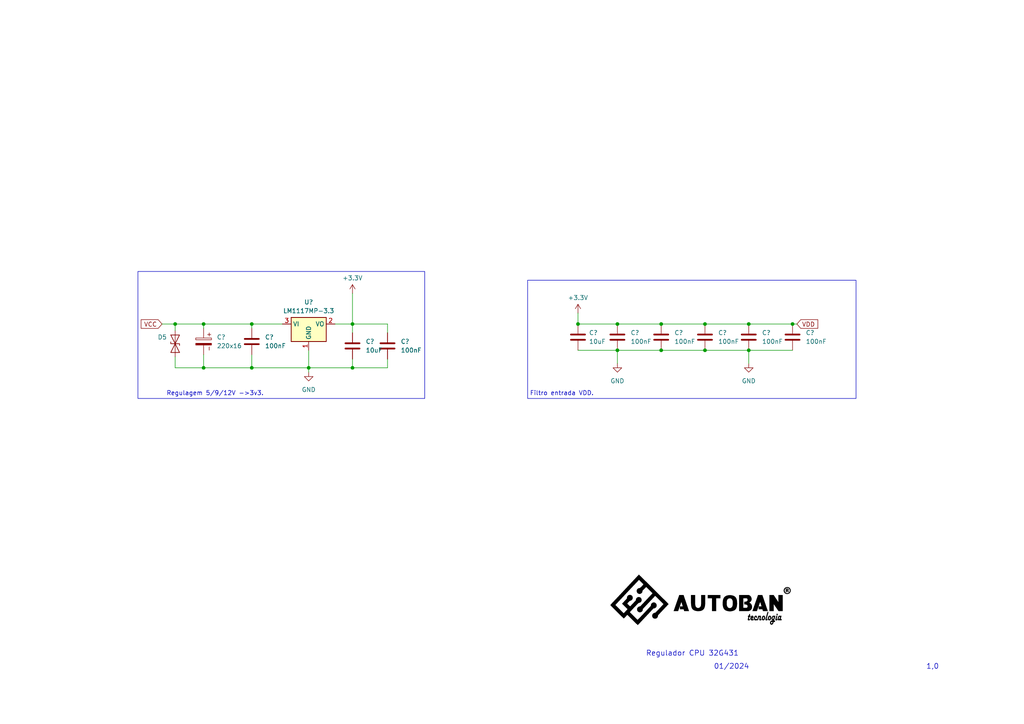
<source format=kicad_sch>
(kicad_sch (version 20230121) (generator eeschema)

  (uuid 1c25a59a-fd23-4c2c-a06c-79f45d9cfda7)

  (paper "A4")

  (lib_symbols
    (symbol "Diode:SMAJ6.5CA" (pin_numbers hide) (pin_names (offset 1.016) hide) (in_bom yes) (on_board yes)
      (property "Reference" "D" (at 0 2.54 0)
        (effects (font (size 1.27 1.27)))
      )
      (property "Value" "SMAJ6.5CA" (at 0 -2.54 0)
        (effects (font (size 1.27 1.27)))
      )
      (property "Footprint" "Diode_SMD:D_SMA" (at 0 -5.08 0)
        (effects (font (size 1.27 1.27)) hide)
      )
      (property "Datasheet" "https://www.littelfuse.com/media?resourcetype=datasheets&itemid=75e32973-b177-4ee3-a0ff-cedaf1abdb93&filename=smaj-datasheet" (at 0 0 0)
        (effects (font (size 1.27 1.27)) hide)
      )
      (property "ki_keywords" "bidirectional diode TVS voltage suppressor" (at 0 0 0)
        (effects (font (size 1.27 1.27)) hide)
      )
      (property "ki_description" "400W bidirectional Transient Voltage Suppressor, 6.5Vr, SMA(DO-214AC)" (at 0 0 0)
        (effects (font (size 1.27 1.27)) hide)
      )
      (property "ki_fp_filters" "D*SMA*" (at 0 0 0)
        (effects (font (size 1.27 1.27)) hide)
      )
      (symbol "SMAJ6.5CA_0_1"
        (polyline
          (pts
            (xy 1.27 0)
            (xy -1.27 0)
          )
          (stroke (width 0) (type default))
          (fill (type none))
        )
        (polyline
          (pts
            (xy -2.54 -1.27)
            (xy 0 0)
            (xy -2.54 1.27)
            (xy -2.54 -1.27)
          )
          (stroke (width 0.2032) (type default))
          (fill (type none))
        )
        (polyline
          (pts
            (xy 0.508 1.27)
            (xy 0 1.27)
            (xy 0 -1.27)
            (xy -0.508 -1.27)
          )
          (stroke (width 0.2032) (type default))
          (fill (type none))
        )
        (polyline
          (pts
            (xy 2.54 1.27)
            (xy 2.54 -1.27)
            (xy 0 0)
            (xy 2.54 1.27)
          )
          (stroke (width 0.2032) (type default))
          (fill (type none))
        )
      )
      (symbol "SMAJ6.5CA_1_1"
        (pin passive line (at -3.81 0 0) (length 2.54)
          (name "A1" (effects (font (size 1.27 1.27))))
          (number "1" (effects (font (size 1.27 1.27))))
        )
        (pin passive line (at 3.81 0 180) (length 2.54)
          (name "A2" (effects (font (size 1.27 1.27))))
          (number "2" (effects (font (size 1.27 1.27))))
        )
      )
    )
    (symbol "PCM_Capacitor_AKL:C_0805" (pin_numbers hide) (pin_names (offset 0.254)) (in_bom yes) (on_board yes)
      (property "Reference" "C" (at 0.635 2.54 0)
        (effects (font (size 1.27 1.27)) (justify left))
      )
      (property "Value" "C_0805" (at 0.635 -2.54 0)
        (effects (font (size 1.27 1.27)) (justify left))
      )
      (property "Footprint" "Capacitor_SMD_AKL:C_0805_2012Metric" (at 0.9652 -3.81 0)
        (effects (font (size 1.27 1.27)) hide)
      )
      (property "Datasheet" "~" (at 0 0 0)
        (effects (font (size 1.27 1.27)) hide)
      )
      (property "ki_keywords" "cap capacitor ceramic chip mlcc smd 0805" (at 0 0 0)
        (effects (font (size 1.27 1.27)) hide)
      )
      (property "ki_description" "SMD 0805 MLCC capacitor, Alternate KiCad Library" (at 0 0 0)
        (effects (font (size 1.27 1.27)) hide)
      )
      (property "ki_fp_filters" "C_*" (at 0 0 0)
        (effects (font (size 1.27 1.27)) hide)
      )
      (symbol "C_0805_0_1"
        (polyline
          (pts
            (xy -2.032 -0.762)
            (xy 2.032 -0.762)
          )
          (stroke (width 0.508) (type default))
          (fill (type none))
        )
        (polyline
          (pts
            (xy -2.032 0.762)
            (xy 2.032 0.762)
          )
          (stroke (width 0.508) (type default))
          (fill (type none))
        )
      )
      (symbol "C_0805_1_1"
        (pin passive line (at 0 3.81 270) (length 2.794)
          (name "~" (effects (font (size 1.27 1.27))))
          (number "1" (effects (font (size 1.27 1.27))))
        )
        (pin passive line (at 0 -3.81 90) (length 2.794)
          (name "~" (effects (font (size 1.27 1.27))))
          (number "2" (effects (font (size 1.27 1.27))))
        )
      )
    )
    (symbol "PCM_SL_Devices:Capacitor_PO" (in_bom yes) (on_board yes)
      (property "Reference" "C" (at 0 7.62 0)
        (effects (font (size 1.27 1.27)))
      )
      (property "Value" "Capacitor_PO" (at 0 5.08 0)
        (effects (font (size 1.27 1.27)))
      )
      (property "Footprint" "Capacitor_THT:CP_Radial_D5.0mm_P2.50mm" (at 0.762 -3.81 0)
        (effects (font (size 1.27 1.27)) hide)
      )
      (property "Datasheet" "" (at 0.508 0 0)
        (effects (font (size 1.27 1.27)) hide)
      )
      (property "ki_keywords" "Capacitor" (at 0 0 0)
        (effects (font (size 1.27 1.27)) hide)
      )
      (property "ki_description" "Polarized Capacitor" (at 0 0 0)
        (effects (font (size 1.27 1.27)) hide)
      )
      (property "ki_fp_filters" "Capacitor_THT:CP_Radial_D5.0mm_* Capacitor_THT:CP_Radial_D4.0mm_* Capacitor_THT:CP_Radial_D6.3mm_* Capacitor_THT:CP_Radial_D7.5mm_* Capacitor_THT:CP_Radial_D8.0mm_* Capacitor_THT:CP_Radial_D10.0mm_* Capacitor_THT:CP_Radial_D14.0mm_* Capacitor_THT:CP_Radial_D16.0mm_* Capacitor_THT:CP_Radial_D18.0mm_*" (at 0 0 0)
        (effects (font (size 1.27 1.27)) hide)
      )
      (symbol "Capacitor_PO_0_0"
        (text "+" (at -2.032 1.524 0)
          (effects (font (size 1.27 1.27)))
        )
        (text "-" (at 2.032 1.524 0)
          (effects (font (size 1.27 1.27)))
        )
      )
      (symbol "Capacitor_PO_0_1"
        (rectangle (start -1.016 -2.286) (end -0.508 2.286)
          (stroke (width 0) (type default))
          (fill (type none))
        )
        (rectangle (start 0.508 -2.286) (end 1.016 2.286)
          (stroke (width 0) (type default))
          (fill (type outline))
        )
      )
      (symbol "Capacitor_PO_1_1"
        (pin passive line (at -3.81 0 0) (length 2.7)
          (name "~" (effects (font (size 0 0))))
          (number "1" (effects (font (size 0 0))))
        )
        (pin input line (at 3.81 0 180) (length 2.7)
          (name "~" (effects (font (size 0 0))))
          (number "2" (effects (font (size 0 0))))
        )
      )
    )
    (symbol "Regulator_Linear:LM1117MP-3.3" (in_bom yes) (on_board yes)
      (property "Reference" "U" (at -3.81 3.175 0)
        (effects (font (size 1.27 1.27)))
      )
      (property "Value" "LM1117MP-3.3" (at 0 3.175 0)
        (effects (font (size 1.27 1.27)) (justify left))
      )
      (property "Footprint" "Package_TO_SOT_SMD:SOT-223-3_TabPin2" (at 0 0 0)
        (effects (font (size 1.27 1.27)) hide)
      )
      (property "Datasheet" "http://www.ti.com/lit/ds/symlink/lm1117.pdf" (at 0 0 0)
        (effects (font (size 1.27 1.27)) hide)
      )
      (property "ki_keywords" "linear regulator ldo fixed positive" (at 0 0 0)
        (effects (font (size 1.27 1.27)) hide)
      )
      (property "ki_description" "800mA Low-Dropout Linear Regulator, 3.3V fixed output, SOT-223" (at 0 0 0)
        (effects (font (size 1.27 1.27)) hide)
      )
      (property "ki_fp_filters" "SOT?223*" (at 0 0 0)
        (effects (font (size 1.27 1.27)) hide)
      )
      (symbol "LM1117MP-3.3_0_1"
        (rectangle (start -5.08 -5.08) (end 5.08 1.905)
          (stroke (width 0.254) (type default))
          (fill (type background))
        )
      )
      (symbol "LM1117MP-3.3_1_1"
        (pin power_in line (at 0 -7.62 90) (length 2.54)
          (name "GND" (effects (font (size 1.27 1.27))))
          (number "1" (effects (font (size 1.27 1.27))))
        )
        (pin power_out line (at 7.62 0 180) (length 2.54)
          (name "VO" (effects (font (size 1.27 1.27))))
          (number "2" (effects (font (size 1.27 1.27))))
        )
        (pin power_in line (at -7.62 0 0) (length 2.54)
          (name "VI" (effects (font (size 1.27 1.27))))
          (number "3" (effects (font (size 1.27 1.27))))
        )
      )
    )
    (symbol "power:+3.3V" (power) (pin_names (offset 0)) (in_bom yes) (on_board yes)
      (property "Reference" "#PWR" (at 0 -3.81 0)
        (effects (font (size 1.27 1.27)) hide)
      )
      (property "Value" "+3.3V" (at 0 3.556 0)
        (effects (font (size 1.27 1.27)))
      )
      (property "Footprint" "" (at 0 0 0)
        (effects (font (size 1.27 1.27)) hide)
      )
      (property "Datasheet" "" (at 0 0 0)
        (effects (font (size 1.27 1.27)) hide)
      )
      (property "ki_keywords" "global power" (at 0 0 0)
        (effects (font (size 1.27 1.27)) hide)
      )
      (property "ki_description" "Power symbol creates a global label with name \"+3.3V\"" (at 0 0 0)
        (effects (font (size 1.27 1.27)) hide)
      )
      (symbol "+3.3V_0_1"
        (polyline
          (pts
            (xy -0.762 1.27)
            (xy 0 2.54)
          )
          (stroke (width 0) (type default))
          (fill (type none))
        )
        (polyline
          (pts
            (xy 0 0)
            (xy 0 2.54)
          )
          (stroke (width 0) (type default))
          (fill (type none))
        )
        (polyline
          (pts
            (xy 0 2.54)
            (xy 0.762 1.27)
          )
          (stroke (width 0) (type default))
          (fill (type none))
        )
      )
      (symbol "+3.3V_1_1"
        (pin power_in line (at 0 0 90) (length 0) hide
          (name "+3.3V" (effects (font (size 1.27 1.27))))
          (number "1" (effects (font (size 1.27 1.27))))
        )
      )
    )
    (symbol "power:GND" (power) (pin_names (offset 0)) (in_bom yes) (on_board yes)
      (property "Reference" "#PWR" (at 0 -6.35 0)
        (effects (font (size 1.27 1.27)) hide)
      )
      (property "Value" "GND" (at 0 -3.81 0)
        (effects (font (size 1.27 1.27)))
      )
      (property "Footprint" "" (at 0 0 0)
        (effects (font (size 1.27 1.27)) hide)
      )
      (property "Datasheet" "" (at 0 0 0)
        (effects (font (size 1.27 1.27)) hide)
      )
      (property "ki_keywords" "global power" (at 0 0 0)
        (effects (font (size 1.27 1.27)) hide)
      )
      (property "ki_description" "Power symbol creates a global label with name \"GND\" , ground" (at 0 0 0)
        (effects (font (size 1.27 1.27)) hide)
      )
      (symbol "GND_0_1"
        (polyline
          (pts
            (xy 0 0)
            (xy 0 -1.27)
            (xy 1.27 -1.27)
            (xy 0 -2.54)
            (xy -1.27 -1.27)
            (xy 0 -1.27)
          )
          (stroke (width 0) (type default))
          (fill (type none))
        )
      )
      (symbol "GND_1_1"
        (pin power_in line (at 0 0 270) (length 0) hide
          (name "GND" (effects (font (size 1.27 1.27))))
          (number "1" (effects (font (size 1.27 1.27))))
        )
      )
    )
  )

  (junction (at 204.47 93.98) (diameter 0) (color 0 0 0 0)
    (uuid 1793bc91-88b1-4ef3-ac77-e9af8a0e4cac)
  )
  (junction (at 179.07 93.98) (diameter 0) (color 0 0 0 0)
    (uuid 1c6b334c-448d-44fa-9a07-c0a077c51635)
  )
  (junction (at 204.47 101.6) (diameter 0) (color 0 0 0 0)
    (uuid 4ddfc3bf-3592-4392-826f-a61ef556de98)
  )
  (junction (at 229.87 93.98) (diameter 0) (color 0 0 0 0)
    (uuid 4e388ead-7a2d-44b4-b0e7-7f1923059563)
  )
  (junction (at 191.77 101.6) (diameter 0) (color 0 0 0 0)
    (uuid 5470cbe6-d0fd-4d36-b59c-8e0ecbe38c5d)
  )
  (junction (at 179.07 101.6) (diameter 0) (color 0 0 0 0)
    (uuid 57f8ed3a-59a8-4161-8508-ccefbf7b69b6)
  )
  (junction (at 167.64 93.98) (diameter 0) (color 0 0 0 0)
    (uuid 58d3461d-c5ab-41cb-bc0f-5ca05dff7eb0)
  )
  (junction (at 59.055 106.68) (diameter 0) (color 0 0 0 0)
    (uuid 5c871f8c-7cf6-4db5-a519-c79b68dc0646)
  )
  (junction (at 217.17 93.98) (diameter 0) (color 0 0 0 0)
    (uuid 6558be0d-ffe0-457c-ac8a-34c2adb7f206)
  )
  (junction (at 73.025 106.68) (diameter 0) (color 0 0 0 0)
    (uuid 74eacd2e-b755-4bf5-ad52-03a1d8093f95)
  )
  (junction (at 50.8 93.98) (diameter 0) (color 0 0 0 0)
    (uuid 7565ba1d-0e84-4de0-8bb1-e7c017a670b7)
  )
  (junction (at 217.17 101.6) (diameter 0) (color 0 0 0 0)
    (uuid 971cc7ee-4923-4dd6-b048-f92a8617393c)
  )
  (junction (at 89.535 106.68) (diameter 0) (color 0 0 0 0)
    (uuid a96abc6e-8150-4b4e-a6ff-bf3468d0ca04)
  )
  (junction (at 102.235 106.68) (diameter 0) (color 0 0 0 0)
    (uuid af8e8938-2a07-4722-ad63-a8277ba86744)
  )
  (junction (at 59.055 93.98) (diameter 0) (color 0 0 0 0)
    (uuid c1606110-3db3-4f54-ba63-effe2cb22612)
  )
  (junction (at 191.77 93.98) (diameter 0) (color 0 0 0 0)
    (uuid c41b2ed5-5049-405e-92c8-882f42da989c)
  )
  (junction (at 102.235 93.98) (diameter 0) (color 0 0 0 0)
    (uuid d0b5cafc-5aaa-45c3-be97-5943fa2d7c94)
  )
  (junction (at 73.025 93.98) (diameter 0) (color 0 0 0 0)
    (uuid f7c1adc5-21e4-4805-8e3e-453311f82b42)
  )

  (wire (pts (xy 231.14 93.98) (xy 229.87 93.98))
    (stroke (width 0) (type default))
    (uuid 01fb1834-b6f1-4167-a729-470a5279f4dd)
  )
  (wire (pts (xy 73.025 102.87) (xy 73.025 106.68))
    (stroke (width 0) (type default))
    (uuid 06072289-afda-4f2f-b770-fd448d789c29)
  )
  (wire (pts (xy 59.055 93.98) (xy 73.025 93.98))
    (stroke (width 0) (type default))
    (uuid 0935dd13-872d-4cb9-a434-b28c7a6a34f5)
  )
  (wire (pts (xy 73.025 95.25) (xy 73.025 93.98))
    (stroke (width 0) (type default))
    (uuid 0a25a932-e1b5-4b34-81ae-a467713fef1c)
  )
  (wire (pts (xy 179.07 101.6) (xy 179.07 105.41))
    (stroke (width 0) (type default))
    (uuid 0c980938-3973-40e7-9f25-e2ba2040aff6)
  )
  (wire (pts (xy 102.235 93.98) (xy 97.155 93.98))
    (stroke (width 0) (type default))
    (uuid 1768215b-68c3-4998-9ccd-0d9a1edf975b)
  )
  (wire (pts (xy 59.055 106.68) (xy 73.025 106.68))
    (stroke (width 0) (type default))
    (uuid 2ac74267-c1ab-47be-a13f-ffd7508d8145)
  )
  (wire (pts (xy 102.235 85.09) (xy 102.235 93.98))
    (stroke (width 0) (type default))
    (uuid 2e9eb5c8-b8f7-4a1c-a162-399289f3a42c)
  )
  (wire (pts (xy 73.025 106.68) (xy 89.535 106.68))
    (stroke (width 0) (type default))
    (uuid 32996600-f02b-45e6-9462-3f894ce2ed51)
  )
  (wire (pts (xy 89.535 106.68) (xy 102.235 106.68))
    (stroke (width 0) (type default))
    (uuid 380a4957-a0a3-4b70-bb87-bf2480c759c5)
  )
  (wire (pts (xy 89.535 106.68) (xy 89.535 107.95))
    (stroke (width 0) (type default))
    (uuid 38be289f-e02c-4927-9d85-8ddbb144fdd9)
  )
  (wire (pts (xy 167.64 93.98) (xy 179.07 93.98))
    (stroke (width 0) (type default))
    (uuid 40b227b1-2d8d-46c7-84d0-f1f2140008fe)
  )
  (wire (pts (xy 102.235 93.98) (xy 102.235 96.52))
    (stroke (width 0) (type default))
    (uuid 4188fbcb-d9a5-483f-930b-2c87ba76c48a)
  )
  (wire (pts (xy 73.025 93.98) (xy 81.915 93.98))
    (stroke (width 0) (type default))
    (uuid 51cd5d2d-35ef-4735-b1b7-7a1986b82c13)
  )
  (wire (pts (xy 217.17 93.98) (xy 229.87 93.98))
    (stroke (width 0) (type default))
    (uuid 571a1655-2030-4571-88de-f64d8e298e62)
  )
  (wire (pts (xy 179.07 93.98) (xy 191.77 93.98))
    (stroke (width 0) (type default))
    (uuid 5be4d1af-c6a1-4f44-858a-1a3cdb20a08d)
  )
  (wire (pts (xy 167.64 101.6) (xy 179.07 101.6))
    (stroke (width 0) (type default))
    (uuid 5f7356a8-a915-4ee8-8807-ac602100afe7)
  )
  (wire (pts (xy 217.17 101.6) (xy 229.87 101.6))
    (stroke (width 0) (type default))
    (uuid 6f8f067d-e83d-4f3d-a02c-51f8686c2e54)
  )
  (wire (pts (xy 102.235 106.68) (xy 112.395 106.68))
    (stroke (width 0) (type default))
    (uuid 78168834-1cfb-44d3-87ee-2614288e7450)
  )
  (wire (pts (xy 50.8 103.505) (xy 50.8 106.68))
    (stroke (width 0) (type default))
    (uuid 9e5b3c17-aaf0-4471-8bbe-a47e95256bb6)
  )
  (wire (pts (xy 46.99 93.98) (xy 50.8 93.98))
    (stroke (width 0) (type default))
    (uuid a83ddea0-5481-4e47-b9a9-e2247091b5fc)
  )
  (wire (pts (xy 191.77 93.98) (xy 204.47 93.98))
    (stroke (width 0) (type default))
    (uuid b20ed20e-125c-43c4-9647-efb97aedf327)
  )
  (wire (pts (xy 59.055 95.25) (xy 59.055 93.98))
    (stroke (width 0) (type default))
    (uuid b8d00837-f518-461b-8a37-b26fdebab792)
  )
  (wire (pts (xy 102.235 104.14) (xy 102.235 106.68))
    (stroke (width 0) (type default))
    (uuid bb5d90f7-ffab-46fb-bfb4-373b4540b701)
  )
  (wire (pts (xy 102.235 93.98) (xy 112.395 93.98))
    (stroke (width 0) (type default))
    (uuid be0e7e3e-8505-4cb2-806a-11179680a1aa)
  )
  (wire (pts (xy 179.07 101.6) (xy 191.77 101.6))
    (stroke (width 0) (type default))
    (uuid bf6d6568-3b30-4559-bee4-2958033d121f)
  )
  (wire (pts (xy 204.47 93.98) (xy 217.17 93.98))
    (stroke (width 0) (type default))
    (uuid c14660ff-07a6-4980-90e8-85baaa597bf2)
  )
  (wire (pts (xy 50.8 93.98) (xy 59.055 93.98))
    (stroke (width 0) (type default))
    (uuid c329aa69-125c-47a5-aaaa-50d52d67060a)
  )
  (wire (pts (xy 112.395 93.98) (xy 112.395 96.52))
    (stroke (width 0) (type default))
    (uuid c434b9c0-3970-428f-a51d-91f578a84e81)
  )
  (wire (pts (xy 89.535 101.6) (xy 89.535 106.68))
    (stroke (width 0) (type default))
    (uuid c7381b46-2f79-49e5-b903-b6bbf958bfd2)
  )
  (wire (pts (xy 191.77 101.6) (xy 204.47 101.6))
    (stroke (width 0) (type default))
    (uuid c782f84b-5c5b-486b-bbb2-742784c561d3)
  )
  (wire (pts (xy 50.8 93.98) (xy 50.8 95.885))
    (stroke (width 0) (type default))
    (uuid c830f45e-ab9e-4854-9a5d-b451ae664bf4)
  )
  (wire (pts (xy 167.64 90.805) (xy 167.64 93.98))
    (stroke (width 0) (type default))
    (uuid c9d8ac8a-b8d4-4307-978f-9dac2f17b766)
  )
  (wire (pts (xy 112.395 104.14) (xy 112.395 106.68))
    (stroke (width 0) (type default))
    (uuid cb8e4fc6-6881-48eb-ab9e-53441119ce8b)
  )
  (wire (pts (xy 59.055 102.87) (xy 59.055 106.68))
    (stroke (width 0) (type default))
    (uuid cd52f55c-ea5d-44bc-b3d7-0366f808f6b4)
  )
  (wire (pts (xy 50.8 106.68) (xy 59.055 106.68))
    (stroke (width 0) (type default))
    (uuid cdc13bdb-149c-409c-8621-358a6417b438)
  )
  (wire (pts (xy 217.17 101.6) (xy 217.17 105.41))
    (stroke (width 0) (type default))
    (uuid dab728b4-100e-42d8-98f7-ef4b537f3d53)
  )
  (wire (pts (xy 204.47 101.6) (xy 217.17 101.6))
    (stroke (width 0) (type default))
    (uuid f16e6d76-a57b-4147-9816-7feb90b2bd51)
  )

  (rectangle (start 40.005 78.74) (end 123.19 115.57)
    (stroke (width 0) (type default))
    (fill (type none))
    (uuid 39d7cb71-7be2-4084-815c-c1e084bf4669)
  )
  (rectangle (start 153.035 81.28) (end 248.285 115.57)
    (stroke (width 0) (type default))
    (fill (type none))
    (uuid 56d85b93-8439-46f3-aff0-ef29677c5951)
  )

  (image (at 203.2 173.99) (scale 0.453205)
    (uuid 02111043-29f1-4dfc-b016-739af67a3b6f)
    (data
      iVBORw0KGgoAAAANSUhEUgAABWAAAAGGCAMAAADCe9hjAAAAA3NCSVQICAjb4U/gAAAABlBMVEX/
      //8AAABVwtN+AAAACXBIWXMAAA50AAAOdAFrJLPWAAAgAElEQVR4nO2d25bkRq5DXf//07PaM2NX
      6hIBkmBISu39Vp0KAGQq4Ha755y//gIAAAAAAAAAAAAASPDz83N1BACA7+SHhgUAaOHnh4YFAOjg
      54eGBQDo4OeHhgUA6ODnh4YFAOjg54eGBQDo4OeHhgUA6GDbrzQsAICHfb/SsAAADo76lYYFAKhz
      3K80LABAlbN+pWEBAGqc9ysNCwBQYlSwNCwAQJ5hv9KwAABpJv1KwwIAJJn2Kw0LAJBC6FcaFgAg
      gdSvNCwAQBixX2lYAIAgcr/SsAAAIQL9SsMCAAQI9SsNCwAgE+xXGhYAQCTcrzQsAIBEol9pWAAA
      gVS/0rAAAHOSBUvDAgBMyPYrDQsAMCbfrzQsAMCISr/SsAAA59T6lYYFADij2q80LADAMfV+pWEB
      AI5w9CsNCwCwx9OvNCwAwBZXv9KwAACf+PqVhgUA+I2zX2lYAIB/UYuThgUAiKHXJg0LABAhUpo0
      LACATqwyaVgAAJVoYdKwAAAi4bqkYQEAJBJlScMCAAikqpKGBQCYkixKGhYAYEK6JmlYAIAhhZZU
      G5aKBYBXUqpIChYA4JRiQ6oNS8UCwOso1yMNCwBwiKEcaVgAgAMs1UjDAgDsMBUjDQsAsMFWizQs
      AMAHxlKkYQEAfmGtRBoWAOAfzIVIwwIA/A97HdKwAAD/xV+GNCwAwB86qpCGBQDo6VcaFgCgq19p
      WACAvhKkYQHg3XRWIA0LAG+mtwBpWAB4L931R8MCwFvpbz8aFgDeyYruo2EB4I2saT4aFgDex6re
      o2EB4G3crl9pWAD4Em7YrzQsAHwFt+xXGhYAvoCb9isNCwDPZ1XbhQuWhgWAh3PffqVhAeDZ3Llf
      aVgAeDL37lcaFgCey937lYYFgKeyrOPyBUvDAsAjeUK/0rAA8ESe0a80LAA8j6f0Kw0LAE/jOf1K
      wwLAs3hSv9KwAPAkntWvNCwAPIen9SsNCwBPYVmp2fqVhgWAZ/DEfqVhAeAJPLNfaVgAeACL6kzv
      TRoWAEY8qAZu16/8/5oFgFOe1QSLqizWmbGnAeAlPK0KFhVZtDGjzwPAC3haFyyqsXhfxk8AwHfz
      uDJYVGKZtsycAYCv5XllsKjCcl2ZOwUAX8nzymBJgak9uTfKngOAr+Ps0t+3DJrrS+3Hc6P8SQD4
      KkYX/p5l0FpeajeOjSpnAeBr0JtidbIzWqtLbcaZUe00AHwFkaZYm+yMzuJSa1Ewqp4HgOcjXPR7
      lUFnbcmtqhjVFQDg2Xxc87Obf6cu6CwttRJFI4cGADyXj1t+fvXv0wWdlaUWomzkUQGAh/Jxx8/v
      /m2qoLOx1DoM+Lh0AOCBfN7wwd2/SRV09pVahiEfnxIAPI3P+z26+vdogsa2Uqsw6OPUAoBH8Xm9
      R1f/Fk3Q2VVqE0Z9vGoA8Bg2t/vjp5PPriyCzqZSezDu49YDgGewudufPw4/vILWnlJrMOHjVwSA
      B7C52p8/Dj+8gNaWUksw5dOhCQA3Z3uzP388+fCqGujtKLUDcz49qgBwZ7b3+vPn8aeraW4otQKT
      Pl26AHBbttf64+fdnb+0BJr7SS3AtE+fMgDck+2tHl/5Kzugu53U/sv7dGoDwA3ZXurxhb+wAtq7
      Sa2/gk+vOgDcje2dHt/26xqgv5nU9qsYNcsDwL3YXunxXb+sABb0klp+JaN2AwC4EdsbPb7rV93/
      Fa2kdl/Nqd8BAG7D9kKPL/tF139JJ6nVV7RaYAEAN2F7n3/9fHDXr7n9axpJbb6q1woPALgF2/v8
      +8fdXb/m8i8qJLX4ylZrXADgBmyu88eP26t+zdVfVEdq79W9FtkAwOVsbvPHj9urfsnNX1VGau0Z
      zFb5AMDFbG7zx0/bm37FxV9XRWrtLfzdsmEqALiQzWXWf1ocr7+I1NZb+dvluhMAXMmoRD8v+gW3
      fmUNqaVn8VtoBQDXMSrRj88uuPRrS2hp6S01A4CrOGzRzWfbxxYnW1NBaztvrRsAXIN4ldff+OUF
      tNaQhgV4A9JVfkG/fvfvmAHgEpSr/IZ+1TwX29GwAA9nepcvuOzXVM9iRxoW4AVM7vJr+nVuu9qP
      hgV4PqPLfMVFv6x2VjvSsAAv4Ow6X3PNLyyd1Y40LMALuNMlv7Zy1jpqsy5cPgA0cJ8rfnXjrDQU
      Z125fgBo4Db3+/q+WeYX6FcaFuDZ3ONy36JtFtmFCpaGBXg2N7jad+maFW6xfqVhAZ7O1df6Zk2z
      /E8ibjI3AHRx4Y1+U8/E+/VbJgeAK3hTy2T69VtmB4D1vKljcv36LdMDwGre1DDZfv2W+QFgLW/q
      l3y/fssGAGAlb2qXSr9+yw4AYB2ubnlCDdX69dajAcANsTTLQ4qo2q/3HKwttVU2riV+JWmSW+nh
      ZmP1uDhU18zvQ/rO1P+3jDee8w/arI/6+v7QFtoqG9cSv5E0ya2ch3PrXTOZFucy1QXDO5G+r3Hm
      Zwz6l+sdvnqKPW2ZrbJxLfELSZPcSs//caabzKan6ZE1aGSCtSEschb5KaPaXuGr59jSl9mqGteS
      vo0CDRvJS99guFiaq2SbJ/ciDDyL/G2zFtdxAX2RrapxLenLKOBeR0n++vGCaa6SbZ3bjDDvLPHX
      DVtdyHr6EltV41rSd1HAuouqgXu4oH0iTJNuWSORqwtpj5V+vdG02qwiVw/zm8bEVtG4ljZZHuMm
      6h7GueLmqTAX6fZNbUcat9avtxlXnFV77DZT/aExsFU0rqVNlse2B4eLaaaUdy5Ll3BVIzNxC/U1
      Ova1Bn1W7cl7TPU3jXmtonEtbbI8pi14fAzzZK2zWbqEixq5mf0YhjWsaw2BWbVH7zHWHzrzWjXj
      WupoWTxLMDk5bHLO6SzXCPeM7GfFqHcZOJbzMWP9jZiWgs3FX2ZlMko4p6O0Kdc0EhM34FihY10r
      CMYUx7p+rr/pTGvVjGupo2UxbMBn5nMKGheitCmXNOIDN+BYoLqtqycOh3zIXH8jfwkdv5VxipVm
      y1FfgNHNaRXxrUS5RLlhYD+W/Tm2tYBMxkcM9jfyl0DBhuMvtTObyb6VJFHl1xSsZX3ysq6dOBfx
      CZNFguayWiXjWvpsOYrTe/3sbqJvKUlQ2fK22kP58SxPX1b4f9GSHy2b0nZuMYEvoeHfFZ1ixeEy
      1IY3GzbYKba1JEFli7Q9lB3T7hzLGinWhoyFtJ5cSeBLoGBD8Vc7tvjNbWtBQsIx7bxGNJQb1+oc
      yxrLVSettaRxtj7EkMmkVsW4VmS4DKXZ3ZY9fjPXapCQsud1dWdy41qcY1dTtSWznrnYhutDjJhN
      ahWMa8Wmi1MZ3e7ZZTg0LQcJKXu03ZnM2PZmWJUi1j9r+Z2vRCwiJswGtQrGtWLTxSlM7vdscxy6
      VnMEhMPiWY1gJi++tRlWJWl1z2q4ZvmIRcR86ZxWwbhWcLww+cEbTBstGws2+E45tM2RvBi3Vt+U
      KHXlrJ752hDjpXNa9eJa0fGi5AdvcO20fGjBJv/bSCySFefSyouSlVqH9UyZjFhFTJeOadWLa0XH
      i5Keu8O11VP/pvqUE+o5jVAiK9aVlRelCzUO6xozFbGKmC2f0qoX1wrPF8S2V4ftFZ6OGLJyRj2l
      EUpkxbqx6p4COpfOahixCzFaPqVVLq4Vny+Gb68G2ys8HTFkZZe6N5ET78KKawrJXDprfcYuxGT5
      kFY5//7M06qye4/QieS/+dbitswek07JZzQigZyY11VcU1OqDtX6kD2IuQoZrXL+9ZmnVWWP9eVT
      7oLVvN2zh5WT8gmNSCAj5m0VtxSUecSswZBlxFiFjFY1//a8w8qyp+LawZNgpWFyloUJwspp/bhG
      JJAP87JqO4rrXDnrXRtW3V0+olXNvzzvsKrqSFo621CwrtYR82eks/pdo5oxr6q4o7jOhbNGcoZE
      i8i7ywdcucNYMn88WXUoLBw+EagNU4iciJ+RTus3jerFvKnahjJC9ll7/oZ0TLSGvLt8wpViIa2G
      eKroTFc431Cwnl1I2XPSBYOoRiCPC/OiagvKCbnDyXrBqFHdPIHlZfOtFAtpNcRTRctVdyLR7Gqa
      Pa+dN4hq6HFcmNdU209SyRxOHjacNa6cI7C7dLyVYiGthniq6FR1KnAs0mzrmb2gXTAIauhxTJi3
      VFtPVsobTh42ETaj3RinEs86qn9t1niipiA6lThUqfoadqEEz2qXHGIaehwP5iWVlpPXsoaTh02l
      zal3pamks07q35o1nqipiE41vqxg+8rjSN+XxoN5RcY/IPAXrFOrEDer35GlFM46qH9p1nhGzZnG
      oU7VeFHutHjJIaQhp7Fg3pC1X90Fa5Sq5c072KOUwlnn9O/MGk+TtP2D3j5MPbaQuqBes4hoyGkc
      XLwho9r6WQuBKx7WILVs1jH9K7PGc0rOVI6Eqs713ELqinzJIqKhhnFg3o+5Xy8pWHnWUuKaiy9H
      LZt1Sv/GrPGskjMZCjbvYAtjwLyeK/t1HtI8azFz1ccUoxbNOqR/YdZ41pCzZAdS1WHKwYXMFfmq
      h66hhqlj3o67X72/gTXPWg5ddzKEKCazzujflzWeN+Qs2uKC9UQuGtQ8dA0xSx3vbqLbMQt6tORZ
      DakdXtUMxWTWEf3rssbzKs6EKNi0hStLGe9q3P9CbxY0z2rJ7XErRSgGs07o35Y1njfjLJq9YMu5
      54mrDlUTVUPMUsa6Gf/fWbX+htg8qym5yy8doJrLOqB/WdZ45oyzbF9WsC13/tjCFKWMcy+y3EV/
      oGuOZsvuc8z5V3NZ5/PvyhrPnHGWzVuwhtjTwAYPy2+TTVGqONciy1n/HUoXdmfzpXd6Juyrsazj
      +VdljWfOOMt2t4Kd5q3Ec7nkNtuCcyuyXF+/DpXd2Zz5va5B83Iq63T+TVnjCYrObM6CdaxhmreQ
      z+aS22wHxp3oci/q12sbNrq9dCrrcP5FWeMJiq3h8sM4tjBzn7PERtKQktTQ0xrlGvu18I/vcDb3
      DH5nCrYjnqBoDbdVyw4T9Umq3MTGNnAJOatT7mX9emHDhteXzmQdzb8mazxB0RrOUrBTk0V/OKoa
      OUwsQUrIUW+tp2mXBQrU0/f61jNZJ/NvyRpPULSGKxfs1CCQWdOqOzlcLEEqqEHvradplwVK1PO3
      2tYjWQfzL8kazx1xFi5ZsFPZVOSgatrKYuMIUkCNeW89TbssUKQ+QaOpIZF1Lv+OrPHcEWfhVhSs
      L6zJzeHiyFFATHlzPU27LFCmPkOfpyGRdSz/iqzx3BFn4RYUrC+ry85jVM+Rx53BPZJzXe5ZM9Sn
      aHC0/bcP61T+DVnjuSPOwvUXrDGr9E55jOroc8dxR3BP5NyWe9Yc9Tn8hspDFi9n8IZVuAWt4boL
      1prV9Q9tOX2FyORB3AncA1l3ZQmXmSI3U1Y/4Wf76zvWmfz7scZzR5yFay5Ya1Ttr0d9f8G6A9jn
      cW7KES4/SWKonHrCTX6qbOZM3rALt6A1XG/BeqNSsJH0Zj1/QEnYoFEbJj5WSjxhpj3mMHMmb9iF
      W9Aa7lG/gxWdDU4GIqN71xSzt0/jXFFdpz5PeLCMdsIr8FjRzJm8YRduQWu49v/I5UtKwQayX6Zn
      raGykmOg8GgZ6bhT6LmamzN6wzLcgtZw9/lbBKqUwTGQPo86dwy3uX0Yp2BZyjNSeLj6dy97WLJY
      x/GvxhrPHXEWrr9g1cCqjsEwlD6L/h1FMHvbZ3EKlqVcQ/WMV/QJPlhxc0ZvWIZb0BpuKyc+PZeN
      JpZlDH6x9ElCX5OK2do+ilOwLOUbq2fAkkv4yYKdM3t8GRSsgCOo752Kpk8R+ppEzM72SZyCZSnn
      YD0jVkzCTxbsnNnjy6BgFeo5fxKP5s3qhL4mDbexexKnXlnKOlnTkHmPSJyynzN7dBXCiG5Ba7hV
      BWvovMSjebM6oa9Jwu5rHsWpVpdyTtY2Ztoh9WzW0Bk+ugthRLegNdyygp3EjgisMKsT+poUGmyt
      s6zX6lVYMmjWIPVs1tAZProLYUS3oDXcuoKtXofkw0m3OqGvSaDF1jiMM59ByxlnpbamHwtTNXSG
      D65CmdAtaA234q9pCblDx4tezyzYJlfbNM58Bi3bXN2z5uTTT6ccnemDu1AmdAtawy0s2OJ/kQg9
      PF5SKn2U0Nc0pc3UNI4zn0NLHavjwueVZf300ylHZ/joMjoknXqzcCsL9jx58GzFSluK4FBKEKXR
      0zKPM9/CPGqktlmTBtE8RUdj+OAqpAHdgtZwyYKV5bXkwbMVK20pgkMpQZBWS8NAznwWLXUm/+1M
      60YMSs8nLH3po8swp/NnnIUrFqzmMY0ePFmxEpeiWOQDBGl2LE/kzOfRUkdSU/XMmnYoPZ+w9KWP
      LsOczp9xFs5RsJLP6Hj4YNpJX4pgkQ8QpNuwOJJzISYtdSI1VsusaYfyiainL35wGe50/oyzcK6C
      FV+99NHigfhSBIt8gBj9fqWZnPtwaakDqbk6Zs1blE9EPX3xg8twp7NnnGUzFmzhX9ztKatJVY+k
      f4wVhhUPZzqTljqOHiykG5HMeJRPRD198YPLcKezZ5xlcxZs+ptOHEs6qadVj6R/kBWOeQ9nNpeW
      Oo2ezD9r3iKTqmhqyx9dh5LuSsHw5kreU7dHFWyxYYebirHCMuvhjGaTUoeRk5nz1TwsZ2IKtvyx
      ZbjD+UPOsnkLNvmPwumh1CtV+eNi3SRjH2eFZ87DGcwnpc4iRzPnK5nkgtVcbfGD22jS9AnOsi0v
      2NzrYToU3YpgkrFPsMI04+GMtVwqIGjOVzLJJavZ2vIH19GkuWxce8Fmfgs7D3lVwZYadrapGCtc
      46M5QznnkyeRFRf1a/K9LgezjdWxHls4v+JM6CEFm5pskFU+qbiE3XOssI3O5oxknU4exC4pqhVs
      suFqtqb8wW1o4S5UnO7tBgU7z3hdwVYadrapKCt8Y8M5A1lnk8fQNa1iJZtsupqvKX90H02irnHv
      WLCuvxCQPKadDdlE3bOsMI5M54xjnUwewp2v/p1nParZXJO1LKhBdNG4B0pV57BjIqN67jRs4KBi
      EzPPs8JZH88YxjuYPIKuac1XM8oHrBl74kf3IaleJzmdl4KdHlR8QuYFVlin501GcWplBjBKavmK
      Rk0vpGc4j0pUtUHS9s9d+zBhS+GAMEcsbOig27zCCu/svIkgTq1sfJ+klq/qdFXBWhbVs5UGye8p
      WCWj8Ewsbeic2bvGCvPswNEYTq10eJ+klq9q1fWHVpb5HBoJ2QZJ24thHyZqqWQUnomljZ3zehdZ
      4Z4cOBbCqVWIbpPU8pWt2v6rgGFCg0RKt0PT9WbYh4laKs8rg4TS2jMGvKussM8NHIng1GqWdear
      W11YsLMZywJZ4Q5N0389sA8T9ZSeFx6KxQ0ec1rXWeGfm1gP4NQqxXZpavnqXqkhpZTlKavn88od
      mnNZQYGCFY8ZrQ2sCJCaWLZ3apVCuzS1fAav1JRSzKpA1b8g3SI601Xm9Rds2FN6XFENxQ0f81k7
      WJEgM7Fq7tRq1rXmq5ulphRz1hTq/vlkLaITYWneI4HaMFFT7XFFNZQ3fMrm7GFFhMzImrVTq1nX
      ms9glhpTTFpSKLtXkrWIjpWl0/6CDZtqj0uykbzxUy5nEysyJEaWjJ1azbrWfA631Jxi1IKGwb2S
      rEd1JC0O7C7YuKn2tKYbyJs4ZXJ2sSREfGbB1qnVrGvN57DLDapmzYpYzCvBelTPtdWBU4ergT8U
      xKdV5Zmd7lvZ6sjYx4oU4ZEFU6dWs641n8UuN6maNiVj8i5tpkf1VL02sX46Scysnik1pGMx4W88
      xooY4Znnlk6tXllrPo9falQ9bkm56F3J1SR7aFCeOCSQIWZWz5Qa0rGZ3LeusyJHdOapoVMrL+uT
      FPN5DFOzBvKWlGvWpVxNsj0Tr3RVn7YZysaO1SS/dp0VQYIzT+2sYklVo6QWz2WYGTaUuCZdcS7F
      6tJtmbjbNFawjkyZIR2ryX7tOiuSBIeeuTm1OvfgVzQ4xqZNJK5JF4xrq+nSbZm42TTzJwR3KdiO
      3yjVWBElNvSN+7Vh6Ihk3TKWLRW5pl0wLqVqE+6YuNcz9ScE1UyJIR1fSPprD7AiS2ho6wV25usY
      OaRZt4yFS4Uuamdti7tpE+6YuNXzJ1iwnkyJIR3LSX/tEZaE8Q3dsMCG+a35fJ6xdLnURfGka3E3
      fcoNEzdabmz1p42moqBjO+lvPcSKNL6Z/ftrmN6az2cajJeMXVRPutYy9Sk3TNxoubHVnzaaioKO
      byT7pQdZEcfmEVjfdf+xv0PT4BmLlw5elc94FiM1SvsnbnPc2epPO101Qcd6Ul94ggV5bA7u9XVM
      3qFpMA3mSyevyicsq8vp1LZP3GS4tw08bvWVBB37yXzdKdoD+fT17UlpOwZvkLS42sI7NGJ0L6dV
      3D1xi9+Rby1mLG/4kGNBSnoPzYmM6vLynHINw4YkPa6+9BaRAO3b6VU3j9xhd2hbShnMGz7kWJAU
      30NvJKO2vDzj74evmtVra4zvUZEprkbI0yzvHdnvdmxbjBkMHD3j2JAW30NnJqeymlMSbBi5QdLk
      axzAJCNSWYuYplvfOrHZ7NS3mjMWOHrGsSIxvwcxUyKUVVeNqSg2DNwg6fJ1TuDSMXmVw7QbOCe2
      eg2My0FDgaNnHDsS85vQMsVTeVXVlIJkw7gNki5j6wg2IVvsWpZ+B+PIRquRsSFpKHHwiGNHan4T
      WqiL/86SGnKu2TBsg6TN2DqDUcqTuphkhYdtZJfRxNeQNJQ4eMRv2Y8UKpjLLalmfFW/OgvW+mpq
      G6lnruZYYuIa2eIzN7ZkDSQOHnF4ygO4kBYRCmYXdP0dDHuuS/+1xGnrnUJbSveqFjlVhtVzlF0k
      Z1daPXLshMNSH8CFtIhAMrNcJKLjPzNGct27Xy8r2HwfhLdQyLDMyJGi5CE72+LKkWMnHJ6BCVxI
      m5CjWcWcCS/LFZJ0ersncefr3dNCu/is0Qxph5CzMfA1BeudwIa0CjGbUcqr2pCrZ1abuX0Uf8TO
      La01DM0aD5CQj1t7M8eTGNytE/jQduEZMDdlWbUhV9esLnP7LE05L/ozlOWGFfeQdtbbnDqcxWHv
      HcGGtAshnUkmKVwO5o/U9oW6jVtnWb+esWmfc9caJd2itzt5OI/F3jqCD2kZ03gWkbT02mCNs34v
      /13Jty+F9wF2iH1h+Nfw5DtWkW0I1jorfAO8CfALsTEGL0pz5+RlG4I1zwoAX4bYGeel0d05aVl/
      ME2RfgWA/yO2xllt9HdOUtYfTFOkXwHgX8TeyP4l5XrppFT9uVaMCvACXnZPxObI/a/sLKUTF/Xn
      WjQqwLfzupsidkfq/0yEaZVBTX+udaMCfDUvvCpie2x3kjxWD+mZJ2nePynAF/PGu5KqSvXQ8l36
      Q91zToAH8srLkqhK9cjyZfoj3XFKgEfy0tsSrkr1wPJt+gPdb0aAp/LW6xKsSvXx5dv05rnliADP
      5bX3JVQkgeJZu09nmDvOB/BoXnxhAlUSqp6VC/VFueV4AA/nzfdF7pJo+SxbqS3IHYcDeD6vvjDh
      WrlZCdly3G80gK/g3TcmXCy3qiFXitsNBvAlvP3KxLvlPkXkynCzsQC+h9dfmXi73KWKXAluNRTA
      V2G8Mw+9efF+uUkZmfzvNBLAd2G8NI+9e/GGuUUdmdzvMxCAlTu8rL5L8+DbF++YGxSSy/sm4wCY
      ucXrars1j75/4ZK5vpJczrcYBsDPLd5X27V59gUM18zVpeTyvcEoAB3c4oX13ZuH38Bw0VxbSzbX
      qwcBaOIWb6zv3jz9Ckab5tJisnleOwZAG/d4ZX0pHn8Ho11zYTX5HC8cAqCTe7yzvhTPv4TBsomy
      OmjHzL4ZAHq5xTtrDPEFlzDYNv+Mu7idjG7xWQGewS1eWmeIO8xTJNg3/4y7tJ+cXolZAZ7APd5a
      a4jrxykTK5x/x13YUFanzKwAD+AWb6357lw9joFQ48T/HyKuCtgybj08wCpu8dbeIsS9yFbOopIy
      uySHBbg593htbxHiZmQrZ0lNuU0Cw/KSwEMYvbmDV/n4o39/cXb04LPjuzO6Tz+ffpuPJo8fS96O
      ZOMs6Cm7hTpqNTjAMs5f3cHbfPbJP782uAenqoe/PLpRvz/aPDNTetAd1frm5J8miXPtwcqKxdwA
      6zh/dQev8+kn//+184sgqGpPf/4DYPvI/sTP6PFbc/AV7cmeyy+hQV6ULMUGWMnpuzt4n08/mV+E
      0Yf7X4xIfTwxlToSvC2H2YVRlHPpLXSIi5qF1ABLOX13B+/z+UfTmzD6cP9rManfD8yldnp35jj9
      fJL5ufwaOqTFvOnMAIs5e3cHb/TgXZ9dheGnc6Op1e5PN8ZPP+eWnuSfDjI7l99Dj7CYNxcZYDkn
      7+7gjR6869OrMPxUkZtYbQtWfPwBnAwwnWN8Lr+IS2VT0gAXcPLuDl7pwcs+uwvap9LTY6tosCdw
      MsNsjsGxwipaRPW0KW2ACzh8dQev9Ohln9wF7VPp6ROnby7Y8/JJHivsokEyFPZpXx28mKM3d/BO
      D9722WXQPpWe/vh5/On2gQPrhzBZb/BYVCas6JzRIw5wBbu39vM9/vj046PNuZ/DD2e/jTz5Xefw
      6c3ZidRfJ4cfd0tH64seywiF9IwjusQBrmD31n6+x4c/7Kv3tMd2qpvfSB4dnjw9NI5+/CB+9iSP
      HZEPkRdbrA6wnt1b+/kLv3/6Ofxoc+zg3ODjxNPbe3Z2Vvv4SSSbZnfsGKOWcUSrOsBqdq/t4K3e
      PPrx01bn5MeTnos8PVZSfwP7yGt68J0kjp1hU/JNaFYHWM3utR281ptnD374OWnM6wv2dN5HkWya
      k+90i0mnMJ9iUZIHWMvutR281ZtHP37a6GxlT23CT589+4qCzf4tiOMv9fhbrqoUplNMivIAS9m9
      t+ev9fbR3z9s3//DZ49swk9Pnj0Jcj5BvyIAAAPTSURBVD7vw0gWzfG3evg1FzUKsyk2ZXmAheze
      28F7ffTs7tjhjwe19vErkae3H07Onjz93IuazH/yvR59z20K9ah1cYCV7N7cwYs9ess3n20f3R8d
      KQ+fnkiHgzyOZP6Tyjr8pjvOO6I6xAEWsnt1By/26DXffLZ9dH/096+Enp48Gw7yPJLxT2vr6Ls2
      n/ZkNYkDrGL/7g5e7MF7Pnt0f/T3r4SeHj87kXr1XT1urbNv23fWFNanDbCI/cs7eLEHb/rmo/nR
      j1/Yfjp8evzsROrdl3X/3R5iPWmK61UGWMP+/RVu2fyj3ZPDX9jdIuXpzScUrMKwHQdtlj0H8G72
      V2NwWYQLeCZy9sDp305Qnx49ef70a6tgVpHH68mdAng7B1djcF3Or9Lmg/1jm6OfP+4eDzy9OXsu
      NR7gNZy24yflMwDw18ENGdye+SenssNLmXx698OR85nUrzPvYrSQ493ETwDAHw7uyOgCnX6yuWSR
      o9GnR3+P7GCgE6XPU69iuJGD3USfB4D/cXRLBjfo7JPtLZOPJp4eFuzBrx9LfR57F8ONzFfKJgE0
      Dq/J4AqdfTK7k6dHDx8fP03BlhmuZLOcyLMA8JvDezK4Q+I1k48ePz5++vCzwUBK4Lcx3Mn8i2CP
      AArHF2VwibR7Jh89fnz89OFng4GUwK9juJQ4V48DcE8Ob8rgFmn3TD06CDG6xUFnJfHrGC0lzNXD
      ANyU46syuEbaRdOO5p4+DHH20Sxyz1afwGgrQa4eBeCunFyVwT06/GB70Y5lT+9l7Olh+R598Pkr
      Z6Jv4+CLzHH1IAD3Reup3x8efbK7acLR9NP/frT/320dn/r8lTPRt3HwHae4eg6AOzMpsYPPDj7Z
      HT+7gCe3Mvb0P4bDQ0f/wJiovguxQCdcPQUA9MAdr0G/AsAnXHUf9CsA/Au33Qv9CgD/g+tuh34F
      gL/hvjdAvwLAX0oVXJ3wkdCvAKAUwdURnwn9CgBc+S7oV4C3w53vg34FeDnc+UboV4BXw6VvhX4F
      eDPc+V7oV4D3cnC5uexW6FeA13Jwt7ntXuhXgLdy3q9cdxcULMBL4TewC6BfAd4JBbsC+hXglZz2
      K/fdCf0K8EYo2DXQrwAvZHu/ufBN0K8A72NzwbnxbdCvAK/jrGAvDfWd0K8Ab+PjknPlW6FfAV4G
      d34h7BrgZXDnF8KuAd4FBbsSVg3wKujXpbBqgFdBvy6FVQO8CQp2Lawa4E3Qr2th1QBvgn5dC6sG
      eBP061pYNcCboF/XwqoB3gVXfiUsGwAAAAAAAAAAAAAAAAAAIMN/AA0Bx0oX6i2oAAAAAElFTkSu
      QmCC
    )
  )

  (text "Regulagem 5/9/12V ->3v3." (at 48.26 114.935 0)
    (effects (font (size 1.27 1.27)) (justify left bottom))
    (uuid 002c987a-7e96-4926-8521-cb2ef1633549)
  )
  (text "01/2024" (at 207.01 194.31 0)
    (effects (font (size 1.5 1.5)) (justify left bottom))
    (uuid 60bf6b52-0278-49e8-9139-e8403ffd7ff2)
  )
  (text "Regulador CPU 32G431" (at 187.325 190.5 0)
    (effects (font (size 1.5 1.5)) (justify left bottom))
    (uuid 6b9e3dca-342a-4bc2-8dcc-d196cd5e4dd1)
  )
  (text "1,0" (at 268.605 194.31 0)
    (effects (font (size 1.5 1.5)) (justify left bottom))
    (uuid 7ff4da48-4e0f-4f2e-91e5-775cf77b40c0)
  )
  (text "Filtro entrada VDD." (at 153.67 114.935 0)
    (effects (font (size 1.27 1.27)) (justify left bottom))
    (uuid cacbb0d7-6329-4101-8e14-c49b193a53c4)
  )

  (global_label "VCC" (shape input) (at 46.99 93.98 180) (fields_autoplaced)
    (effects (font (size 1.27 1.27)) (justify right))
    (uuid 521c21f7-8eed-465b-be5e-ef7abc58e32a)
    (property "Intersheetrefs" "${INTERSHEET_REFS}" (at 40.3762 93.98 0)
      (effects (font (size 1.27 1.27)) (justify right) hide)
    )
  )
  (global_label "VDD" (shape input) (at 231.14 93.98 0) (fields_autoplaced)
    (effects (font (size 1.27 1.27)) (justify left))
    (uuid cf296f36-088b-4723-8022-5da577bc73dd)
    (property "Intersheetrefs" "${INTERSHEET_REFS}" (at 237.7538 93.98 0)
      (effects (font (size 1.27 1.27)) (justify left) hide)
    )
  )

  (symbol (lib_id "PCM_Capacitor_AKL:C_0805") (at 112.395 100.33 180) (unit 1)
    (in_bom yes) (on_board yes) (dnp no) (fields_autoplaced)
    (uuid 22ee7dbb-e7f3-41db-85e2-c835198a6c8d)
    (property "Reference" "C?" (at 116.205 99.06 0)
      (effects (font (size 1.27 1.27)) (justify right))
    )
    (property "Value" "100nF" (at 116.205 101.6 0)
      (effects (font (size 1.27 1.27)) (justify right))
    )
    (property "Footprint" "Capacitor_SMD:C_0805_2012Metric_Pad1.18x1.45mm_HandSolder" (at 111.4298 96.52 0)
      (effects (font (size 1.27 1.27)) hide)
    )
    (property "Datasheet" "~" (at 112.395 100.33 0)
      (effects (font (size 1.27 1.27)) hide)
    )
    (pin "1" (uuid b65735c3-faa8-4c4a-8881-facea86290d8))
    (pin "2" (uuid afe8e6a8-d32a-4a2a-ae72-2d8b4d71f369))
    (instances
      (project "CPU Stm32"
        (path "/0882ad57-6d26-4cfc-9dea-dd977232d729"
          (reference "C?") (unit 1)
        )
        (path "/0882ad57-6d26-4cfc-9dea-dd977232d729/3c7c638d-6e79-4a01-8651-6cf753228f77"
          (reference "C?") (unit 1)
        )
      )
      (project "CPU Stm32G431"
        (path "/4e4d72d5-dbdc-4a76-9ce2-f5a97f8267d2/3c7c638d-6e79-4a01-8651-6cf753228f77"
          (reference "C8") (unit 1)
        )
      )
    )
  )

  (symbol (lib_id "PCM_Capacitor_AKL:C_0805") (at 167.64 97.79 180) (unit 1)
    (in_bom yes) (on_board yes) (dnp no) (fields_autoplaced)
    (uuid 351eb049-5ceb-4f8a-8d7b-7d55bbb35c3d)
    (property "Reference" "C?" (at 170.815 96.52 0)
      (effects (font (size 1.27 1.27)) (justify right))
    )
    (property "Value" "10uF" (at 170.815 99.06 0)
      (effects (font (size 1.27 1.27)) (justify right))
    )
    (property "Footprint" "Capacitor_SMD:C_0805_2012Metric_Pad1.18x1.45mm_HandSolder" (at 166.6748 93.98 0)
      (effects (font (size 1.27 1.27)) hide)
    )
    (property "Datasheet" "~" (at 167.64 97.79 0)
      (effects (font (size 1.27 1.27)) hide)
    )
    (pin "1" (uuid d10c2b22-a06d-4fb0-8d9c-1f7bd33cc9a6))
    (pin "2" (uuid 0d39cecb-5869-4fbc-8795-11e88b47f3b1))
    (instances
      (project "CPU Stm32"
        (path "/0882ad57-6d26-4cfc-9dea-dd977232d729"
          (reference "C?") (unit 1)
        )
        (path "/0882ad57-6d26-4cfc-9dea-dd977232d729/3c7c638d-6e79-4a01-8651-6cf753228f77"
          (reference "C?") (unit 1)
        )
      )
      (project "CPU Stm32G431"
        (path "/4e4d72d5-dbdc-4a76-9ce2-f5a97f8267d2/3c7c638d-6e79-4a01-8651-6cf753228f77"
          (reference "C9") (unit 1)
        )
      )
    )
  )

  (symbol (lib_id "PCM_Capacitor_AKL:C_0805") (at 229.87 97.79 180) (unit 1)
    (in_bom yes) (on_board yes) (dnp no) (fields_autoplaced)
    (uuid 3da46247-6b7e-468b-b28f-c2a0f4321df5)
    (property "Reference" "C?" (at 233.68 96.52 0)
      (effects (font (size 1.27 1.27)) (justify right))
    )
    (property "Value" "100nF" (at 233.68 99.06 0)
      (effects (font (size 1.27 1.27)) (justify right))
    )
    (property "Footprint" "Capacitor_SMD:C_0805_2012Metric_Pad1.18x1.45mm_HandSolder" (at 228.9048 93.98 0)
      (effects (font (size 1.27 1.27)) hide)
    )
    (property "Datasheet" "~" (at 229.87 97.79 0)
      (effects (font (size 1.27 1.27)) hide)
    )
    (pin "1" (uuid cc12cd1e-74c0-47bf-a113-a420d32f4797))
    (pin "2" (uuid 89bf4186-dea7-4c4f-892c-ccae62a9409a))
    (instances
      (project "CPU Stm32"
        (path "/0882ad57-6d26-4cfc-9dea-dd977232d729"
          (reference "C?") (unit 1)
        )
        (path "/0882ad57-6d26-4cfc-9dea-dd977232d729/3c7c638d-6e79-4a01-8651-6cf753228f77"
          (reference "C?") (unit 1)
        )
      )
      (project "CPU Stm32G431"
        (path "/4e4d72d5-dbdc-4a76-9ce2-f5a97f8267d2/3c7c638d-6e79-4a01-8651-6cf753228f77"
          (reference "C14") (unit 1)
        )
      )
    )
  )

  (symbol (lib_id "PCM_Capacitor_AKL:C_0805") (at 217.17 97.79 180) (unit 1)
    (in_bom yes) (on_board yes) (dnp no) (fields_autoplaced)
    (uuid 3eb01ad7-134a-44e0-9b84-d9c012c3c631)
    (property "Reference" "C?" (at 220.98 96.52 0)
      (effects (font (size 1.27 1.27)) (justify right))
    )
    (property "Value" "100nF" (at 220.98 99.06 0)
      (effects (font (size 1.27 1.27)) (justify right))
    )
    (property "Footprint" "Capacitor_SMD:C_0805_2012Metric_Pad1.18x1.45mm_HandSolder" (at 216.2048 93.98 0)
      (effects (font (size 1.27 1.27)) hide)
    )
    (property "Datasheet" "~" (at 217.17 97.79 0)
      (effects (font (size 1.27 1.27)) hide)
    )
    (pin "1" (uuid 26a6cd23-89a5-4b9d-bcbd-c969f89b7c68))
    (pin "2" (uuid 41bbb20e-5d3d-4737-805b-71bfaa9d0e00))
    (instances
      (project "CPU Stm32"
        (path "/0882ad57-6d26-4cfc-9dea-dd977232d729"
          (reference "C?") (unit 1)
        )
        (path "/0882ad57-6d26-4cfc-9dea-dd977232d729/3c7c638d-6e79-4a01-8651-6cf753228f77"
          (reference "C?") (unit 1)
        )
      )
      (project "CPU Stm32G431"
        (path "/4e4d72d5-dbdc-4a76-9ce2-f5a97f8267d2/3c7c638d-6e79-4a01-8651-6cf753228f77"
          (reference "C13") (unit 1)
        )
      )
    )
  )

  (symbol (lib_id "PCM_Capacitor_AKL:C_0805") (at 102.235 100.33 180) (unit 1)
    (in_bom yes) (on_board yes) (dnp no) (fields_autoplaced)
    (uuid 3f2824b3-47ce-4323-9482-1040a12fcfc2)
    (property "Reference" "C?" (at 106.045 99.06 0)
      (effects (font (size 1.27 1.27)) (justify right))
    )
    (property "Value" "10uF" (at 106.045 101.6 0)
      (effects (font (size 1.27 1.27)) (justify right))
    )
    (property "Footprint" "Capacitor_SMD:C_0805_2012Metric_Pad1.18x1.45mm_HandSolder" (at 101.2698 96.52 0)
      (effects (font (size 1.27 1.27)) hide)
    )
    (property "Datasheet" "~" (at 102.235 100.33 0)
      (effects (font (size 1.27 1.27)) hide)
    )
    (pin "1" (uuid 02aa9e8c-2fa7-4625-926a-f596632a625a))
    (pin "2" (uuid cdf2c92e-c6c5-4d19-9ac2-328b01cf143b))
    (instances
      (project "CPU Stm32"
        (path "/0882ad57-6d26-4cfc-9dea-dd977232d729"
          (reference "C?") (unit 1)
        )
        (path "/0882ad57-6d26-4cfc-9dea-dd977232d729/3c7c638d-6e79-4a01-8651-6cf753228f77"
          (reference "C?") (unit 1)
        )
      )
      (project "CPU Stm32G431"
        (path "/4e4d72d5-dbdc-4a76-9ce2-f5a97f8267d2/3c7c638d-6e79-4a01-8651-6cf753228f77"
          (reference "C7") (unit 1)
        )
      )
    )
  )

  (symbol (lib_id "power:GND") (at 179.07 105.41 0) (unit 1)
    (in_bom yes) (on_board yes) (dnp no) (fields_autoplaced)
    (uuid 41fc8d24-9b32-4ca2-8529-4d06b913dadf)
    (property "Reference" "#PWR?" (at 179.07 111.76 0)
      (effects (font (size 1.27 1.27)) hide)
    )
    (property "Value" "GND" (at 179.07 110.49 0)
      (effects (font (size 1.27 1.27)))
    )
    (property "Footprint" "" (at 179.07 105.41 0)
      (effects (font (size 1.27 1.27)) hide)
    )
    (property "Datasheet" "" (at 179.07 105.41 0)
      (effects (font (size 1.27 1.27)) hide)
    )
    (pin "1" (uuid 1f638da1-1fbb-4eae-9a2e-c85e4358230e))
    (instances
      (project "CPU Stm32"
        (path "/0882ad57-6d26-4cfc-9dea-dd977232d729"
          (reference "#PWR?") (unit 1)
        )
        (path "/0882ad57-6d26-4cfc-9dea-dd977232d729/3c7c638d-6e79-4a01-8651-6cf753228f77"
          (reference "#PWR?") (unit 1)
        )
      )
      (project "CPU Stm32G431"
        (path "/4e4d72d5-dbdc-4a76-9ce2-f5a97f8267d2/3c7c638d-6e79-4a01-8651-6cf753228f77"
          (reference "#PWR09") (unit 1)
        )
      )
    )
  )

  (symbol (lib_id "PCM_Capacitor_AKL:C_0805") (at 191.77 97.79 180) (unit 1)
    (in_bom yes) (on_board yes) (dnp no) (fields_autoplaced)
    (uuid 546ef988-8a53-4072-b714-0ae3d5017044)
    (property "Reference" "C?" (at 195.58 96.52 0)
      (effects (font (size 1.27 1.27)) (justify right))
    )
    (property "Value" "100nF" (at 195.58 99.06 0)
      (effects (font (size 1.27 1.27)) (justify right))
    )
    (property "Footprint" "Capacitor_SMD:C_0805_2012Metric_Pad1.18x1.45mm_HandSolder" (at 190.8048 93.98 0)
      (effects (font (size 1.27 1.27)) hide)
    )
    (property "Datasheet" "~" (at 191.77 97.79 0)
      (effects (font (size 1.27 1.27)) hide)
    )
    (pin "1" (uuid 859421b0-a8fc-4345-b76f-315091d6391b))
    (pin "2" (uuid 3ec0b0ea-205d-4cb6-9b15-b37ab836e81a))
    (instances
      (project "CPU Stm32"
        (path "/0882ad57-6d26-4cfc-9dea-dd977232d729"
          (reference "C?") (unit 1)
        )
        (path "/0882ad57-6d26-4cfc-9dea-dd977232d729/3c7c638d-6e79-4a01-8651-6cf753228f77"
          (reference "C?") (unit 1)
        )
      )
      (project "CPU Stm32G431"
        (path "/4e4d72d5-dbdc-4a76-9ce2-f5a97f8267d2/3c7c638d-6e79-4a01-8651-6cf753228f77"
          (reference "C11") (unit 1)
        )
      )
    )
  )

  (symbol (lib_id "Diode:SMAJ6.5CA") (at 50.8 99.695 90) (unit 1)
    (in_bom yes) (on_board yes) (dnp no)
    (uuid 5740cda3-4fae-4213-a0d5-806a23208325)
    (property "Reference" "D5" (at 45.72 97.79 90)
      (effects (font (size 1.27 1.27)) (justify right))
    )
    (property "Value" "SMAJ6.5CA" (at 40.005 104.775 90)
      (effects (font (size 1.27 1.27)) (justify right) hide)
    )
    (property "Footprint" "Diode_SMD:D_SMA" (at 55.88 99.695 0)
      (effects (font (size 1.27 1.27)) hide)
    )
    (property "Datasheet" "https://www.littelfuse.com/media?resourcetype=datasheets&itemid=75e32973-b177-4ee3-a0ff-cedaf1abdb93&filename=smaj-datasheet" (at 50.8 99.695 0)
      (effects (font (size 1.27 1.27)) hide)
    )
    (pin "2" (uuid a7acafb2-8081-4861-bb69-1119ea4a593d))
    (pin "1" (uuid e38215ec-3969-4ecc-8b4f-c04465467d4d))
    (instances
      (project "CPU Stm32G431"
        (path "/4e4d72d5-dbdc-4a76-9ce2-f5a97f8267d2/3c7c638d-6e79-4a01-8651-6cf753228f77"
          (reference "D5") (unit 1)
        )
      )
    )
  )

  (symbol (lib_id "power:+3.3V") (at 102.235 85.09 0) (unit 1)
    (in_bom yes) (on_board yes) (dnp no) (fields_autoplaced)
    (uuid 65c5f789-1552-4ff6-9906-eedf28559f5b)
    (property "Reference" "#PWR?" (at 102.235 88.9 0)
      (effects (font (size 1.27 1.27)) hide)
    )
    (property "Value" "+3.3V" (at 102.235 80.645 0)
      (effects (font (size 1.27 1.27)))
    )
    (property "Footprint" "" (at 102.235 85.09 0)
      (effects (font (size 1.27 1.27)) hide)
    )
    (property "Datasheet" "" (at 102.235 85.09 0)
      (effects (font (size 1.27 1.27)) hide)
    )
    (pin "1" (uuid f84fcbc6-26fb-4040-b1dd-883d364e6ce7))
    (instances
      (project "CPU Stm32"
        (path "/0882ad57-6d26-4cfc-9dea-dd977232d729"
          (reference "#PWR?") (unit 1)
        )
        (path "/0882ad57-6d26-4cfc-9dea-dd977232d729/3c7c638d-6e79-4a01-8651-6cf753228f77"
          (reference "#PWR?") (unit 1)
        )
      )
      (project "CPU Stm32G431"
        (path "/4e4d72d5-dbdc-4a76-9ce2-f5a97f8267d2/3c7c638d-6e79-4a01-8651-6cf753228f77"
          (reference "#PWR07") (unit 1)
        )
      )
    )
  )

  (symbol (lib_id "power:GND") (at 89.535 107.95 0) (unit 1)
    (in_bom yes) (on_board yes) (dnp no) (fields_autoplaced)
    (uuid 6f62b309-be48-4191-9620-f05cb50d671e)
    (property "Reference" "#PWR?" (at 89.535 114.3 0)
      (effects (font (size 1.27 1.27)) hide)
    )
    (property "Value" "GND" (at 89.535 113.03 0)
      (effects (font (size 1.27 1.27)))
    )
    (property "Footprint" "" (at 89.535 107.95 0)
      (effects (font (size 1.27 1.27)) hide)
    )
    (property "Datasheet" "" (at 89.535 107.95 0)
      (effects (font (size 1.27 1.27)) hide)
    )
    (pin "1" (uuid 66a7a127-1dae-4ce6-a19b-7ce8019194e9))
    (instances
      (project "CPU Stm32"
        (path "/0882ad57-6d26-4cfc-9dea-dd977232d729"
          (reference "#PWR?") (unit 1)
        )
        (path "/0882ad57-6d26-4cfc-9dea-dd977232d729/3c7c638d-6e79-4a01-8651-6cf753228f77"
          (reference "#PWR?") (unit 1)
        )
      )
      (project "CPU Stm32G431"
        (path "/4e4d72d5-dbdc-4a76-9ce2-f5a97f8267d2/3c7c638d-6e79-4a01-8651-6cf753228f77"
          (reference "#PWR06") (unit 1)
        )
      )
    )
  )

  (symbol (lib_id "PCM_Capacitor_AKL:C_0805") (at 73.025 99.06 180) (unit 1)
    (in_bom yes) (on_board yes) (dnp no) (fields_autoplaced)
    (uuid b49de0ea-27fa-470a-a5b8-f21e82541d4d)
    (property "Reference" "C?" (at 76.835 97.79 0)
      (effects (font (size 1.27 1.27)) (justify right))
    )
    (property "Value" "100nF" (at 76.835 100.33 0)
      (effects (font (size 1.27 1.27)) (justify right))
    )
    (property "Footprint" "Capacitor_SMD:C_0805_2012Metric_Pad1.18x1.45mm_HandSolder" (at 72.0598 95.25 0)
      (effects (font (size 1.27 1.27)) hide)
    )
    (property "Datasheet" "~" (at 73.025 99.06 0)
      (effects (font (size 1.27 1.27)) hide)
    )
    (pin "1" (uuid 42f84545-54ed-43db-a09a-ba6129fceafb))
    (pin "2" (uuid 9454d6f1-c72f-45d4-9bd4-c8ec5e8a0d91))
    (instances
      (project "CPU Stm32"
        (path "/0882ad57-6d26-4cfc-9dea-dd977232d729"
          (reference "C?") (unit 1)
        )
        (path "/0882ad57-6d26-4cfc-9dea-dd977232d729/3c7c638d-6e79-4a01-8651-6cf753228f77"
          (reference "C?") (unit 1)
        )
      )
      (project "CPU Stm32G431"
        (path "/4e4d72d5-dbdc-4a76-9ce2-f5a97f8267d2/3c7c638d-6e79-4a01-8651-6cf753228f77"
          (reference "C6") (unit 1)
        )
      )
    )
  )

  (symbol (lib_id "PCM_Capacitor_AKL:C_0805") (at 179.07 97.79 180) (unit 1)
    (in_bom yes) (on_board yes) (dnp no) (fields_autoplaced)
    (uuid c109d827-557a-418c-b7bc-3f2fbc0aea35)
    (property "Reference" "C?" (at 182.88 96.52 0)
      (effects (font (size 1.27 1.27)) (justify right))
    )
    (property "Value" "100nF" (at 182.88 99.06 0)
      (effects (font (size 1.27 1.27)) (justify right))
    )
    (property "Footprint" "Capacitor_SMD:C_0805_2012Metric_Pad1.18x1.45mm_HandSolder" (at 178.1048 93.98 0)
      (effects (font (size 1.27 1.27)) hide)
    )
    (property "Datasheet" "~" (at 179.07 97.79 0)
      (effects (font (size 1.27 1.27)) hide)
    )
    (pin "1" (uuid bfc9083b-f152-4939-8c2c-6cb9bda08785))
    (pin "2" (uuid 3fbe3836-8681-4701-be90-c671b4182b70))
    (instances
      (project "CPU Stm32"
        (path "/0882ad57-6d26-4cfc-9dea-dd977232d729"
          (reference "C?") (unit 1)
        )
        (path "/0882ad57-6d26-4cfc-9dea-dd977232d729/3c7c638d-6e79-4a01-8651-6cf753228f77"
          (reference "C?") (unit 1)
        )
      )
      (project "CPU Stm32G431"
        (path "/4e4d72d5-dbdc-4a76-9ce2-f5a97f8267d2/3c7c638d-6e79-4a01-8651-6cf753228f77"
          (reference "C10") (unit 1)
        )
      )
    )
  )

  (symbol (lib_id "PCM_SL_Devices:Capacitor_PO") (at 59.055 99.06 270) (unit 1)
    (in_bom yes) (on_board yes) (dnp no) (fields_autoplaced)
    (uuid c141c982-3471-4a36-b9d3-6ce305ec6d6b)
    (property "Reference" "C?" (at 62.865 97.79 90)
      (effects (font (size 1.27 1.27)) (justify left))
    )
    (property "Value" "220x16" (at 62.865 100.33 90)
      (effects (font (size 1.27 1.27)) (justify left))
    )
    (property "Footprint" "Capacitor_THT:CP_Radial_D5.0mm_P2.50mm" (at 55.245 99.822 0)
      (effects (font (size 1.27 1.27)) hide)
    )
    (property "Datasheet" "" (at 59.055 99.568 0)
      (effects (font (size 1.27 1.27)) hide)
    )
    (pin "1" (uuid a2dffd94-b502-44fa-a2ef-03d89e35113a))
    (pin "2" (uuid 57d2187c-f8d0-4dea-98c3-2f8312467e7a))
    (instances
      (project "CPU Stm32"
        (path "/0882ad57-6d26-4cfc-9dea-dd977232d729"
          (reference "C?") (unit 1)
        )
        (path "/0882ad57-6d26-4cfc-9dea-dd977232d729/3c7c638d-6e79-4a01-8651-6cf753228f77"
          (reference "C?") (unit 1)
        )
      )
      (project "CPU Stm32G431"
        (path "/4e4d72d5-dbdc-4a76-9ce2-f5a97f8267d2/3c7c638d-6e79-4a01-8651-6cf753228f77"
          (reference "C5") (unit 1)
        )
      )
    )
  )

  (symbol (lib_id "power:+3.3V") (at 167.64 90.805 0) (unit 1)
    (in_bom yes) (on_board yes) (dnp no) (fields_autoplaced)
    (uuid c649b8f3-bc08-4ea8-a64b-6b8403bb7c94)
    (property "Reference" "#PWR?" (at 167.64 94.615 0)
      (effects (font (size 1.27 1.27)) hide)
    )
    (property "Value" "+3.3V" (at 167.64 86.36 0)
      (effects (font (size 1.27 1.27)))
    )
    (property "Footprint" "" (at 167.64 90.805 0)
      (effects (font (size 1.27 1.27)) hide)
    )
    (property "Datasheet" "" (at 167.64 90.805 0)
      (effects (font (size 1.27 1.27)) hide)
    )
    (pin "1" (uuid 089f25f2-5a41-4d44-8045-2e70b6045294))
    (instances
      (project "CPU Stm32"
        (path "/0882ad57-6d26-4cfc-9dea-dd977232d729"
          (reference "#PWR?") (unit 1)
        )
        (path "/0882ad57-6d26-4cfc-9dea-dd977232d729/3c7c638d-6e79-4a01-8651-6cf753228f77"
          (reference "#PWR?") (unit 1)
        )
      )
      (project "CPU Stm32G431"
        (path "/4e4d72d5-dbdc-4a76-9ce2-f5a97f8267d2/3c7c638d-6e79-4a01-8651-6cf753228f77"
          (reference "#PWR08") (unit 1)
        )
      )
    )
  )

  (symbol (lib_id "Regulator_Linear:LM1117MP-3.3") (at 89.535 93.98 0) (unit 1)
    (in_bom yes) (on_board yes) (dnp no) (fields_autoplaced)
    (uuid ce8e0462-147a-499f-97d5-3557e91ecf8c)
    (property "Reference" "U?" (at 89.535 87.63 0)
      (effects (font (size 1.27 1.27)))
    )
    (property "Value" "LM1117MP-3.3" (at 89.535 90.17 0)
      (effects (font (size 1.27 1.27)))
    )
    (property "Footprint" "Package_TO_SOT_SMD:SOT-223-3_TabPin2" (at 89.535 93.98 0)
      (effects (font (size 1.27 1.27)) hide)
    )
    (property "Datasheet" "http://www.ti.com/lit/ds/symlink/lm1117.pdf" (at 89.535 93.98 0)
      (effects (font (size 1.27 1.27)) hide)
    )
    (pin "1" (uuid 366a2eb1-f324-4556-be94-876e023757ab))
    (pin "2" (uuid 7ffadb6f-6e71-47d3-b03f-f0f07b5bc0d3))
    (pin "3" (uuid c88065e4-cc27-4b31-8c49-04184ddca54a))
    (instances
      (project "CPU Stm32"
        (path "/0882ad57-6d26-4cfc-9dea-dd977232d729"
          (reference "U?") (unit 1)
        )
        (path "/0882ad57-6d26-4cfc-9dea-dd977232d729/3c7c638d-6e79-4a01-8651-6cf753228f77"
          (reference "U?") (unit 1)
        )
      )
      (project "CPU Stm32G431"
        (path "/4e4d72d5-dbdc-4a76-9ce2-f5a97f8267d2/3c7c638d-6e79-4a01-8651-6cf753228f77"
          (reference "U1") (unit 1)
        )
      )
    )
  )

  (symbol (lib_id "power:GND") (at 217.17 105.41 0) (unit 1)
    (in_bom yes) (on_board yes) (dnp no) (fields_autoplaced)
    (uuid d7e43f87-bfab-4077-ab4d-58f1de97b8af)
    (property "Reference" "#PWR?" (at 217.17 111.76 0)
      (effects (font (size 1.27 1.27)) hide)
    )
    (property "Value" "GND" (at 217.17 110.49 0)
      (effects (font (size 1.27 1.27)))
    )
    (property "Footprint" "" (at 217.17 105.41 0)
      (effects (font (size 1.27 1.27)) hide)
    )
    (property "Datasheet" "" (at 217.17 105.41 0)
      (effects (font (size 1.27 1.27)) hide)
    )
    (pin "1" (uuid 5f2fb3e4-4f5d-422d-90e5-5105c15a0cae))
    (instances
      (project "CPU Stm32"
        (path "/0882ad57-6d26-4cfc-9dea-dd977232d729"
          (reference "#PWR?") (unit 1)
        )
        (path "/0882ad57-6d26-4cfc-9dea-dd977232d729/3c7c638d-6e79-4a01-8651-6cf753228f77"
          (reference "#PWR?") (unit 1)
        )
      )
      (project "CPU Stm32G431"
        (path "/4e4d72d5-dbdc-4a76-9ce2-f5a97f8267d2/3c7c638d-6e79-4a01-8651-6cf753228f77"
          (reference "#PWR010") (unit 1)
        )
      )
    )
  )

  (symbol (lib_id "PCM_Capacitor_AKL:C_0805") (at 204.47 97.79 180) (unit 1)
    (in_bom yes) (on_board yes) (dnp no) (fields_autoplaced)
    (uuid e1dda8f5-d368-448f-a8fe-1a399b344081)
    (property "Reference" "C?" (at 208.28 96.52 0)
      (effects (font (size 1.27 1.27)) (justify right))
    )
    (property "Value" "100nF" (at 208.28 99.06 0)
      (effects (font (size 1.27 1.27)) (justify right))
    )
    (property "Footprint" "Capacitor_SMD:C_0805_2012Metric_Pad1.18x1.45mm_HandSolder" (at 203.5048 93.98 0)
      (effects (font (size 1.27 1.27)) hide)
    )
    (property "Datasheet" "~" (at 204.47 97.79 0)
      (effects (font (size 1.27 1.27)) hide)
    )
    (pin "1" (uuid 10b6d1fb-365e-4728-9fda-42e3436a3a57))
    (pin "2" (uuid d80dd680-3b40-443c-bea9-4790af8f40e8))
    (instances
      (project "CPU Stm32"
        (path "/0882ad57-6d26-4cfc-9dea-dd977232d729"
          (reference "C?") (unit 1)
        )
        (path "/0882ad57-6d26-4cfc-9dea-dd977232d729/3c7c638d-6e79-4a01-8651-6cf753228f77"
          (reference "C?") (unit 1)
        )
      )
      (project "CPU Stm32G431"
        (path "/4e4d72d5-dbdc-4a76-9ce2-f5a97f8267d2/3c7c638d-6e79-4a01-8651-6cf753228f77"
          (reference "C12") (unit 1)
        )
      )
    )
  )
)

</source>
